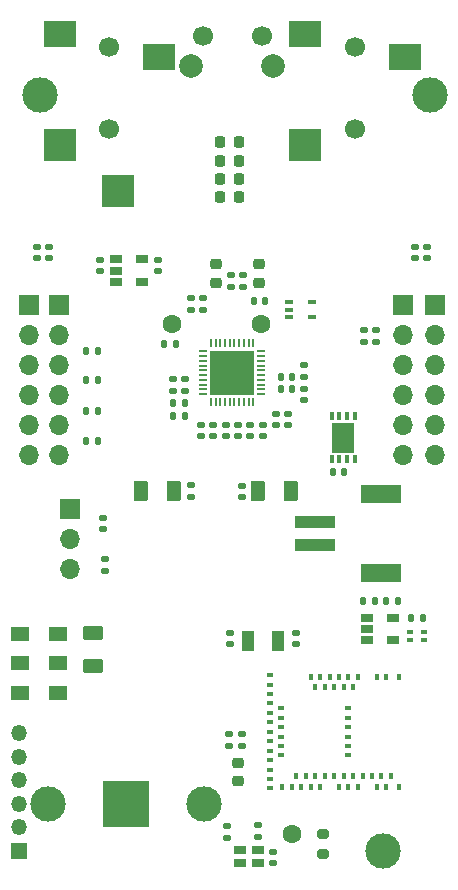
<source format=gbr>
%TF.GenerationSoftware,KiCad,Pcbnew,7.0.1-0*%
%TF.CreationDate,2024-02-14T11:54:32-05:00*%
%TF.ProjectId,Tympan_Rev_F,54796d70-616e-45f5-9265-765f462e6b69,rev?*%
%TF.SameCoordinates,Original*%
%TF.FileFunction,Soldermask,Top*%
%TF.FilePolarity,Negative*%
%FSLAX46Y46*%
G04 Gerber Fmt 4.6, Leading zero omitted, Abs format (unit mm)*
G04 Created by KiCad (PCBNEW 7.0.1-0) date 2024-02-14 11:54:32*
%MOMM*%
%LPD*%
G01*
G04 APERTURE LIST*
G04 Aperture macros list*
%AMRoundRect*
0 Rectangle with rounded corners*
0 $1 Rounding radius*
0 $2 $3 $4 $5 $6 $7 $8 $9 X,Y pos of 4 corners*
0 Add a 4 corners polygon primitive as box body*
4,1,4,$2,$3,$4,$5,$6,$7,$8,$9,$2,$3,0*
0 Add four circle primitives for the rounded corners*
1,1,$1+$1,$2,$3*
1,1,$1+$1,$4,$5*
1,1,$1+$1,$6,$7*
1,1,$1+$1,$8,$9*
0 Add four rect primitives between the rounded corners*
20,1,$1+$1,$2,$3,$4,$5,0*
20,1,$1+$1,$4,$5,$6,$7,0*
20,1,$1+$1,$6,$7,$8,$9,0*
20,1,$1+$1,$8,$9,$2,$3,0*%
G04 Aperture macros list end*
%ADD10R,3.500000X1.000000*%
%ADD11R,3.400000X1.500000*%
%ADD12C,1.700000*%
%ADD13R,2.800000X2.200000*%
%ADD14R,2.800000X2.800000*%
%ADD15R,1.600000X1.200000*%
%ADD16RoundRect,0.147500X0.147500X0.172500X-0.147500X0.172500X-0.147500X-0.172500X0.147500X-0.172500X0*%
%ADD17RoundRect,0.147500X-0.172500X0.147500X-0.172500X-0.147500X0.172500X-0.147500X0.172500X0.147500X0*%
%ADD18RoundRect,0.147500X0.172500X-0.147500X0.172500X0.147500X-0.172500X0.147500X-0.172500X-0.147500X0*%
%ADD19RoundRect,0.250000X-0.375000X-0.625000X0.375000X-0.625000X0.375000X0.625000X-0.375000X0.625000X0*%
%ADD20RoundRect,0.250000X0.375000X0.625000X-0.375000X0.625000X-0.375000X-0.625000X0.375000X-0.625000X0*%
%ADD21RoundRect,0.250000X0.625000X-0.375000X0.625000X0.375000X-0.625000X0.375000X-0.625000X-0.375000X0*%
%ADD22R,1.700000X1.700000*%
%ADD23O,1.700000X1.700000*%
%ADD24C,3.000000*%
%ADD25RoundRect,0.218750X-0.218750X-0.256250X0.218750X-0.256250X0.218750X0.256250X-0.218750X0.256250X0*%
%ADD26RoundRect,0.218750X0.218750X0.256250X-0.218750X0.256250X-0.218750X-0.256250X0.218750X-0.256250X0*%
%ADD27R,1.060000X0.650000*%
%ADD28R,0.650000X0.400000*%
%ADD29RoundRect,0.050000X0.050000X-0.325000X0.050000X0.325000X-0.050000X0.325000X-0.050000X-0.325000X0*%
%ADD30RoundRect,0.050000X0.325000X-0.050000X0.325000X0.050000X-0.325000X0.050000X-0.325000X-0.050000X0*%
%ADD31R,3.800000X3.800000*%
%ADD32RoundRect,0.218750X-0.256250X0.218750X-0.256250X-0.218750X0.256250X-0.218750X0.256250X0.218750X0*%
%ADD33RoundRect,0.218750X0.256250X-0.218750X0.256250X0.218750X-0.256250X0.218750X-0.256250X-0.218750X0*%
%ADD34RoundRect,0.147500X-0.147500X-0.172500X0.147500X-0.172500X0.147500X0.172500X-0.147500X0.172500X0*%
%ADD35R,0.500000X0.400000*%
%ADD36R,0.350000X0.700000*%
%ADD37R,1.960000X2.560000*%
%ADD38R,1.000000X0.800000*%
%ADD39R,4.000000X4.000000*%
%ADD40R,1.350000X1.350000*%
%ADD41O,1.350000X1.350000*%
%ADD42C,2.000000*%
%ADD43RoundRect,0.140000X0.170000X-0.140000X0.170000X0.140000X-0.170000X0.140000X-0.170000X-0.140000X0*%
%ADD44RoundRect,0.140000X-0.170000X0.140000X-0.170000X-0.140000X0.170000X-0.140000X0.170000X0.140000X0*%
%ADD45RoundRect,0.200000X0.275000X-0.200000X0.275000X0.200000X-0.275000X0.200000X-0.275000X-0.200000X0*%
%ADD46R,0.400000X0.600000*%
%ADD47R,0.600000X0.400000*%
%ADD48RoundRect,0.225000X0.250000X-0.225000X0.250000X0.225000X-0.250000X0.225000X-0.250000X-0.225000X0*%
%ADD49R,1.000000X1.800000*%
%ADD50C,1.600000*%
G04 APERTURE END LIST*
D10*
X160450000Y-104800000D03*
X160450000Y-102800000D03*
D11*
X166000000Y-107150000D03*
X166000000Y-100450000D03*
D12*
X163800000Y-62600000D03*
X163800000Y-69600000D03*
D13*
X159600000Y-61500000D03*
D14*
X159600000Y-70900000D03*
D13*
X168000000Y-63500000D03*
D12*
X143000000Y-62600000D03*
X143000000Y-69600000D03*
D13*
X138800000Y-61500000D03*
D14*
X138800000Y-70900000D03*
D13*
X147200000Y-63500000D03*
D14*
X143750000Y-74800000D03*
D15*
X135475000Y-112300000D03*
X135475000Y-114800000D03*
X135475000Y-117300000D03*
X138675000Y-112300000D03*
X138675000Y-114800000D03*
X138675000Y-117300000D03*
D16*
X142035000Y-88350000D03*
X141065000Y-88350000D03*
X142035000Y-90800000D03*
X141065000Y-90800000D03*
X142035000Y-93400000D03*
X141065000Y-93400000D03*
D17*
X169925000Y-79515000D03*
X169925000Y-80485000D03*
X137925000Y-79515000D03*
X137925000Y-80485000D03*
X142200000Y-80615000D03*
X142200000Y-81585000D03*
X168875000Y-79515000D03*
X168875000Y-80485000D03*
X136850000Y-79515000D03*
X136850000Y-80485000D03*
X147150000Y-80615000D03*
X147150000Y-81585000D03*
D18*
X142500000Y-103435000D03*
X142500000Y-102465000D03*
D19*
X145700000Y-100200000D03*
X148500000Y-100200000D03*
D20*
X158400001Y-100200000D03*
X155600001Y-100200000D03*
D21*
X141600000Y-115000000D03*
X141600000Y-112200000D03*
D22*
X136175000Y-84500000D03*
D23*
X136175000Y-87040000D03*
X136175000Y-89580000D03*
X136175000Y-92120000D03*
X136175000Y-94660000D03*
X136175000Y-97200000D03*
D22*
X167900000Y-84500000D03*
D23*
X167900000Y-87040000D03*
X167900000Y-89580000D03*
X167900000Y-92120000D03*
X167900000Y-94660000D03*
X167900000Y-97200000D03*
D22*
X170600000Y-84500000D03*
D23*
X170600000Y-87040000D03*
X170600000Y-89580000D03*
X170600000Y-92120000D03*
X170600000Y-94660000D03*
X170600000Y-97200000D03*
D24*
X170150000Y-66700000D03*
X137150000Y-66700000D03*
D25*
X152412500Y-73800000D03*
X153987500Y-73800000D03*
X152412500Y-72250000D03*
X153987500Y-72250000D03*
D26*
X153987500Y-75350000D03*
X152412500Y-75350000D03*
X153987500Y-70700000D03*
X152412500Y-70700000D03*
D18*
X149900000Y-100685000D03*
X149900000Y-99715000D03*
X154200000Y-100735000D03*
X154200000Y-99765000D03*
D17*
X155600000Y-128500000D03*
X155600000Y-129470000D03*
X156900000Y-130780000D03*
X156900000Y-131750000D03*
X152950000Y-128600000D03*
X152950000Y-129570000D03*
D22*
X139700000Y-101760000D03*
D23*
X139700000Y-104300000D03*
X139700000Y-106840000D03*
D27*
X143600000Y-80600000D03*
X143600000Y-81550000D03*
X143600000Y-82500000D03*
X145800000Y-82500000D03*
X145800000Y-80600000D03*
D22*
X138750000Y-84500000D03*
D23*
X138750000Y-87040000D03*
X138750000Y-89580000D03*
X138750000Y-92120000D03*
X138750000Y-94660000D03*
X138750000Y-97200000D03*
D28*
X158250000Y-84200000D03*
X158250000Y-84850000D03*
X158250000Y-85500000D03*
X160150000Y-85500000D03*
X160150000Y-84200000D03*
D29*
X151600000Y-92675000D03*
X152000000Y-92675000D03*
X152400000Y-92675000D03*
X152800000Y-92675000D03*
X153200000Y-92675000D03*
X153600000Y-92675000D03*
X154000000Y-92675000D03*
X154400000Y-92675000D03*
X154800000Y-92675000D03*
X155200000Y-92675000D03*
D30*
X155875000Y-92000000D03*
X155875000Y-91600000D03*
X155875000Y-91200000D03*
X155875000Y-90800000D03*
X155875000Y-90400000D03*
X155875000Y-90000000D03*
X155875000Y-89600000D03*
X155875000Y-89200000D03*
X155875000Y-88800000D03*
X155875000Y-88400000D03*
D29*
X155200000Y-87725000D03*
X154800000Y-87725000D03*
X154400000Y-87725000D03*
X154000000Y-87725000D03*
X153600000Y-87725000D03*
X153200000Y-87725000D03*
X152800000Y-87725000D03*
X152400000Y-87725000D03*
X152000000Y-87725000D03*
X151600000Y-87725000D03*
D30*
X150925000Y-88400000D03*
X150925000Y-88800000D03*
X150925000Y-89200000D03*
X150925000Y-89600000D03*
X150925000Y-90000000D03*
X150925000Y-90400000D03*
X150925000Y-90800000D03*
X150925000Y-91200000D03*
X150925000Y-91600000D03*
X150925000Y-92000000D03*
D31*
X153400000Y-90200000D03*
D17*
X159450000Y-89580000D03*
X159450000Y-90550000D03*
D18*
X159450000Y-92520000D03*
X159450000Y-91550000D03*
D32*
X152000000Y-81000000D03*
X152000000Y-82575000D03*
D33*
X155650000Y-82575000D03*
X155650000Y-81000000D03*
D16*
X158485000Y-91550000D03*
X157515000Y-91550000D03*
X158485000Y-90550000D03*
X157515000Y-90550000D03*
D18*
X151800000Y-95585000D03*
X151800000Y-94615000D03*
X156000000Y-95585000D03*
X156000000Y-94615000D03*
X154950000Y-95585000D03*
X154950000Y-94615000D03*
X153900000Y-95585000D03*
X153900000Y-94615000D03*
X152850000Y-95585000D03*
X152850000Y-94615000D03*
X150750000Y-95585000D03*
X150750000Y-94615000D03*
X153300000Y-82935000D03*
X153300000Y-81965000D03*
X154300000Y-82935000D03*
X154300000Y-81965000D03*
D34*
X155215000Y-84150000D03*
X156185000Y-84150000D03*
D18*
X150950000Y-84885000D03*
X150950000Y-83915000D03*
D16*
X148635000Y-87800000D03*
X147665000Y-87800000D03*
D17*
X148400000Y-90765000D03*
X148400000Y-91735000D03*
D16*
X149385000Y-92800000D03*
X148415000Y-92800000D03*
X149385000Y-93850000D03*
X148415000Y-93850000D03*
D18*
X157100000Y-94635000D03*
X157100000Y-93665000D03*
X158100000Y-94635000D03*
X158100000Y-93665000D03*
D17*
X149900000Y-83915000D03*
X149900000Y-84885000D03*
X149400000Y-90765000D03*
X149400000Y-91735000D03*
D27*
X164850000Y-110950000D03*
X164850000Y-111900000D03*
X164850000Y-112850000D03*
X167050000Y-112850000D03*
X167050000Y-110950000D03*
D34*
X168565000Y-110950000D03*
X169535000Y-110950000D03*
D16*
X167435000Y-109550000D03*
X166465000Y-109550000D03*
X165485000Y-109550000D03*
X164515000Y-109550000D03*
D35*
X168450000Y-112150000D03*
X169650000Y-112150000D03*
X168450000Y-112850000D03*
X169650000Y-112850000D03*
D17*
X142600000Y-106000000D03*
X142600000Y-106970000D03*
D16*
X162885000Y-98600000D03*
X161915000Y-98600000D03*
D18*
X164550000Y-87585000D03*
X164550000Y-86615000D03*
X165550000Y-87585000D03*
X165550000Y-86615000D03*
D36*
X161825000Y-97500000D03*
X162475000Y-97500000D03*
X163125000Y-97500000D03*
X163775000Y-97500000D03*
X163775000Y-93900000D03*
X163125000Y-93900000D03*
X162475000Y-93900000D03*
X161825000Y-93900000D03*
D37*
X162800000Y-95700000D03*
D38*
X154100000Y-130650000D03*
X155600000Y-130650000D03*
X155600000Y-131750000D03*
X154100000Y-131750000D03*
D16*
X142035000Y-96000000D03*
X141065000Y-96000000D03*
D24*
X166150000Y-130700000D03*
X137850000Y-126700000D03*
X151050000Y-126700000D03*
D39*
X144450000Y-126700000D03*
D40*
X135400000Y-130700000D03*
D41*
X135400000Y-128700000D03*
X135400000Y-126700000D03*
X135400000Y-124700000D03*
X135400000Y-122700000D03*
X135400000Y-120700000D03*
D12*
X155900000Y-61700000D03*
X150900000Y-61700000D03*
D42*
X156900000Y-64200000D03*
X149900000Y-64200000D03*
D43*
X153200000Y-113180000D03*
X153200000Y-112220000D03*
X158800000Y-113180000D03*
X158800000Y-112220000D03*
D44*
X153100000Y-120820000D03*
X153100000Y-121780000D03*
D45*
X161100000Y-130925000D03*
X161100000Y-129275000D03*
D46*
X167550000Y-115950000D03*
X166450000Y-115950000D03*
X165650000Y-115950000D03*
X164050000Y-115950000D03*
X163650000Y-116850000D03*
X163250000Y-115950000D03*
X162850000Y-116850000D03*
X162450000Y-115950000D03*
X162050000Y-116850000D03*
X161650000Y-115950000D03*
X161250000Y-116850000D03*
X160850000Y-115950000D03*
X160450000Y-116850000D03*
X160050000Y-115950000D03*
D47*
X156650000Y-115800000D03*
X156650000Y-116600000D03*
X156650000Y-117400000D03*
X156650000Y-118200000D03*
X157550000Y-118600000D03*
X156650000Y-119000000D03*
X157550000Y-119400000D03*
X156650000Y-119800000D03*
X157550000Y-120200000D03*
X156650000Y-120600000D03*
X157550000Y-121000000D03*
X156650000Y-121400000D03*
X157550000Y-121800000D03*
X156650000Y-122200000D03*
X157550000Y-122600000D03*
X156650000Y-123000000D03*
X156650000Y-123800000D03*
X156650000Y-124600000D03*
X156650000Y-125400000D03*
D46*
X157650000Y-125250000D03*
X158450000Y-125250000D03*
X158850000Y-124350000D03*
X159250000Y-125250000D03*
X159650000Y-124350000D03*
X160050000Y-125250000D03*
X160450000Y-124350000D03*
X160850000Y-125250000D03*
X161250000Y-124350000D03*
X162050000Y-124350000D03*
X162450000Y-125250000D03*
X162850000Y-124350000D03*
X163250000Y-125250000D03*
X163650000Y-124350000D03*
X164050000Y-125250000D03*
X164450000Y-124350000D03*
X165250000Y-124350000D03*
X165650000Y-125250000D03*
X166050000Y-124350000D03*
X166450000Y-125250000D03*
X166850000Y-124350000D03*
X167550000Y-125250000D03*
D47*
X163250000Y-118600000D03*
X163250000Y-119400000D03*
X163250000Y-120200000D03*
X163250000Y-121000000D03*
X163250000Y-121800000D03*
X163250000Y-122600000D03*
D48*
X153900000Y-124775000D03*
X153900000Y-123225000D03*
D49*
X154725000Y-112900000D03*
X157275000Y-112900000D03*
D44*
X154200000Y-120820000D03*
X154200000Y-121780000D03*
D50*
X158445000Y-129270000D03*
X148285000Y-86090000D03*
X155865000Y-86100000D03*
M02*

</source>
